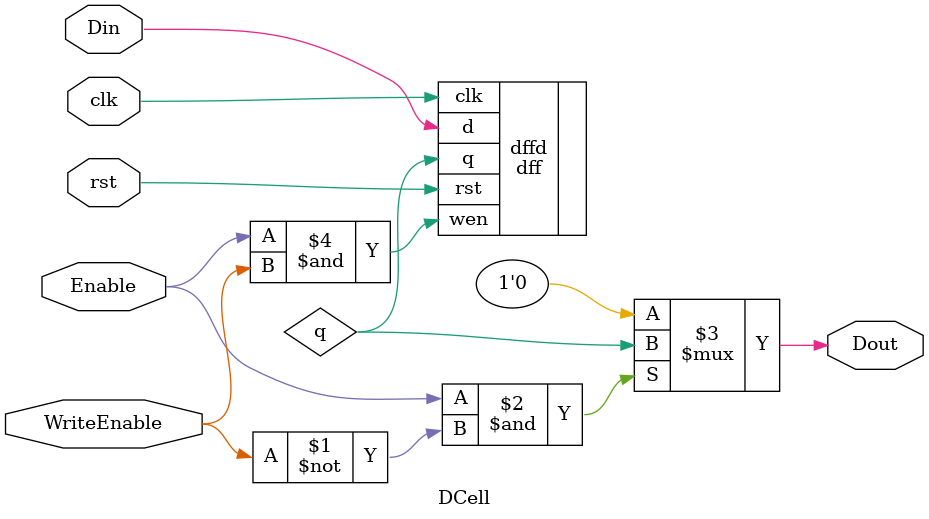
<source format=v>

module DataArray(input clk, input rst, input [15:0] DataIn, input Write, input [127:0] BlockEnable, input [7:0] WordEnable, output [15:0] DataOut);
	Block blk[127:0]( .clk(clk), .rst(rst), .Din(DataIn), .WriteEnable(Write), .Enable(BlockEnable), .WordEnable(WordEnable), .Dout(DataOut));
endmodule

//64 byte (8 word) cache block
module Block( input clk,  input rst, input [15:0] Din, input WriteEnable, input Enable, input [7:0] WordEnable, output [15:0] Dout);
	wire [7:0] WordEnable_real;
	assign WordEnable_real = {8{Enable}} & WordEnable; //Only for the enabled cache block, you enable the specific word
	DWord dw[7:0]( .clk(clk), .rst(rst), .Din(Din), .WriteEnable(WriteEnable), .Enable(WordEnable_real), .Dout(Dout));
endmodule


//Each word has 16 bits
module DWord( input clk,  input rst, input [15:0] Din, input WriteEnable, input Enable, output [15:0] Dout);
	DCell dc[15:0]( .clk(clk), .rst(rst), .Din(Din[15:0]), .WriteEnable(WriteEnable), .Enable(Enable), .Dout(Dout[15:0]));
endmodule


module DCell( input clk,  input rst, input Din, input WriteEnable, input Enable, output Dout);
	wire q;
	assign Dout = (Enable & ~WriteEnable) ? q:1'b0;
	dff dffd(.q(q), .d(Din), .wen(Enable & WriteEnable), .clk(clk), .rst(rst));
endmodule


</source>
